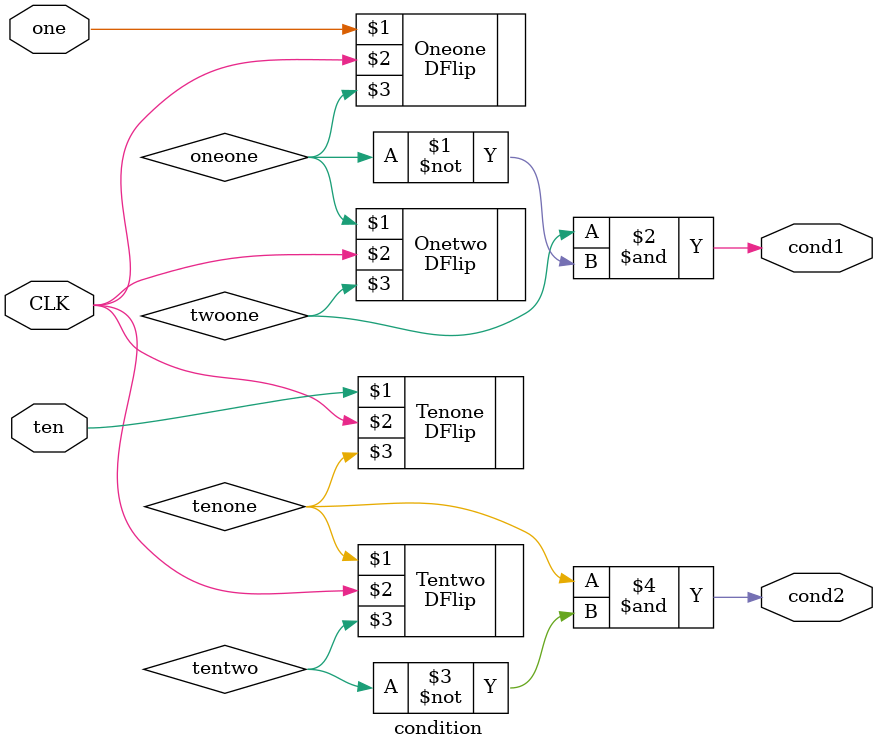
<source format=v>
module condition(one, ten, CLK, cond1, cond2);
	input one, ten, CLK;
	output cond1, cond2;
	wire oneone, twoone, tenone, tentwo;
	
	DFlip Oneone(one, CLK, oneone);
	DFlip Onetwo(oneone, CLK, twoone);
	assign cond1 = twoone & ~oneone;
	
	DFlip Tenone(ten, CLK, tenone);
	DFlip Tentwo(tenone, CLK, tentwo);
	assign cond2 = tenone & ~tentwo;
endmodule 
</source>
